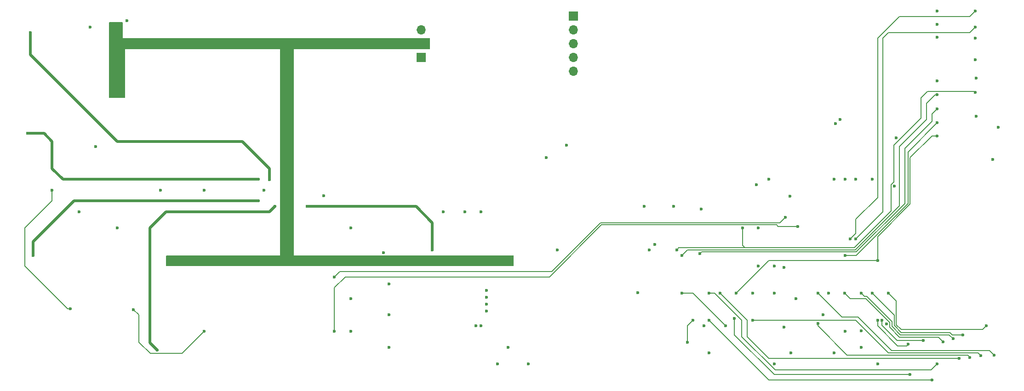
<source format=gbr>
%TF.GenerationSoftware,KiCad,Pcbnew,8.0.9-8.0.9-0~ubuntu22.04.1*%
%TF.CreationDate,2025-06-19T12:15:33-04:00*%
%TF.ProjectId,digital_waters,64696769-7461-46c5-9f77-61746572732e,rev?*%
%TF.SameCoordinates,Original*%
%TF.FileFunction,Copper,L2,Inr*%
%TF.FilePolarity,Positive*%
%FSLAX46Y46*%
G04 Gerber Fmt 4.6, Leading zero omitted, Abs format (unit mm)*
G04 Created by KiCad (PCBNEW 8.0.9-8.0.9-0~ubuntu22.04.1) date 2025-06-19 12:15:33*
%MOMM*%
%LPD*%
G01*
G04 APERTURE LIST*
%TA.AperFunction,ComponentPad*%
%ADD10R,1.700000X1.700000*%
%TD*%
%TA.AperFunction,ComponentPad*%
%ADD11O,1.700000X1.700000*%
%TD*%
%TA.AperFunction,ViaPad*%
%ADD12C,0.600000*%
%TD*%
%TA.AperFunction,Conductor*%
%ADD13C,0.500000*%
%TD*%
%TA.AperFunction,Conductor*%
%ADD14C,0.200000*%
%TD*%
G04 APERTURE END LIST*
D10*
%TO.N,+VSW*%
%TO.C,J18*%
X160372325Y-56238816D03*
D11*
X160372325Y-58778816D03*
%TO.N,GNDD*%
X160372325Y-61318816D03*
%TO.N,/I2C_SDA*%
X160372325Y-63858816D03*
%TO.N,/I2C_SCL*%
X160372325Y-66398816D03*
%TD*%
D10*
%TO.N,GNDA*%
%TO.C,J17*%
X132347325Y-63858816D03*
D11*
%TO.N,+VSW*%
X132347325Y-61318816D03*
%TO.N,Net-(J17-Pin_3)*%
X132347325Y-58778816D03*
%TD*%
D12*
%TO.N,GNDA*%
X114347325Y-89318816D03*
X143347325Y-113318816D03*
X140347325Y-92318816D03*
X119347325Y-108318816D03*
X103347325Y-88318816D03*
X143347325Y-92318816D03*
X136347325Y-92318816D03*
X119347325Y-114318816D03*
X142347325Y-113318816D03*
X92347325Y-88318816D03*
X119347325Y-95318816D03*
%TO.N,/Power/+2.5V_REF*%
X69347325Y-92318816D03*
X72347325Y-80318816D03*
%TO.N,+3.3V*%
X193347325Y-107318816D03*
X219453118Y-87540477D03*
X234347325Y-64318816D03*
X172220000Y-107191491D03*
X178812949Y-91318816D03*
X219784825Y-78651316D03*
%TO.N,+5V*%
X227347325Y-68158816D03*
X173347325Y-91318816D03*
%TO.N,VDDA*%
X134347325Y-99318816D03*
X111347325Y-91318816D03*
%TO.N,/Power/+2.5V_REF_BUF_A*%
X59847325Y-77818816D03*
X102347325Y-86318816D03*
%TO.N,/Micocontroller/GPIO_22*%
X190347325Y-107318816D03*
X216347325Y-101318816D03*
X227347325Y-78318816D03*
X213350684Y-114263532D03*
%TO.N,/Micocontroller/GPIO_21*%
X208347325Y-118318816D03*
X234537325Y-74698816D03*
X218000000Y-113000000D03*
%TO.N,/Micocontroller/GPIO_5*%
X238537325Y-76698816D03*
X197347325Y-120318816D03*
%TO.N,/Micocontroller/GPIO_4*%
X180347325Y-100318816D03*
X180347325Y-107318816D03*
X188347325Y-113318816D03*
X227347325Y-70698816D03*
%TO.N,Net-(J2-In)*%
X67747325Y-110158498D03*
X64347325Y-88318816D03*
%TO.N,/EN{slash}~{SH_0}*%
X207347325Y-107318816D03*
X185347325Y-118318816D03*
X157347325Y-99318816D03*
%TO.N,Net-(R12-Pad2)*%
X84347325Y-88318816D03*
X126347325Y-111318816D03*
%TO.N,Net-(U5B--)*%
X126347325Y-117318816D03*
X76347325Y-95318816D03*
%TO.N,/Micocontroller/GPIO_14*%
X234347325Y-70318816D03*
X191512949Y-95318816D03*
X179347325Y-99318816D03*
%TO.N,Net-(R21-Pad2)*%
X92347325Y-114318816D03*
X79347325Y-110318816D03*
%TO.N,/Micocontroller/GPIO_15*%
X182347325Y-112318816D03*
X227347325Y-73318816D03*
X183646479Y-100019662D03*
X181347325Y-116318816D03*
%TO.N,/I2C_SCL*%
X209410101Y-75256040D03*
X159047325Y-80018816D03*
X175347325Y-98318816D03*
X194052949Y-87318816D03*
%TO.N,/I2C_SDA*%
X208602325Y-76063816D03*
X196347325Y-86318816D03*
X174347325Y-99318816D03*
X155347325Y-82318816D03*
%TO.N,/Micocontroller/GPIO_12*%
X194347325Y-95318816D03*
X227347325Y-75879128D03*
X210347325Y-100318816D03*
%TO.N,/Micocontroller/GPIO_1*%
X237537325Y-82698816D03*
X206347325Y-111318816D03*
X213347325Y-117318816D03*
%TO.N,/Micocontroller/GPIO_25*%
X197347325Y-107318816D03*
X200234321Y-89431820D03*
X234537325Y-67698816D03*
%TO.N,/SPI_MOSI*%
X194347325Y-102318816D03*
X216347325Y-120318816D03*
X146347325Y-120318816D03*
X144347325Y-109358816D03*
%TO.N,/SPI_SCLK*%
X152069402Y-120318816D03*
X199137024Y-113529117D03*
X144347325Y-106818816D03*
X199137024Y-102529117D03*
%TO.N,/SPI_MISO*%
X197347325Y-102318816D03*
X144337787Y-108086424D03*
X148347325Y-117318816D03*
X200347325Y-118318816D03*
%TO.N,/SPI_CS0*%
X144347325Y-110628816D03*
X201347325Y-108318816D03*
X183847325Y-91818816D03*
%TO.N,/Base_Sensor/VBATT_BUF*%
X199342338Y-93318816D03*
X116347325Y-104318816D03*
%TO.N,/Base_Sensor/TEMP_SENSE_BUF*%
X116347325Y-114318816D03*
X201672949Y-94993192D03*
%TO.N,Net-(U4A--)*%
X71347325Y-58318816D03*
X125347325Y-99818816D03*
%TO.N,Net-(R24-Pad1)*%
X78097325Y-57068816D03*
X126347325Y-105575465D03*
%TO.N,/Base_Sensor/+4.096_REF_BUF_A*%
X83722325Y-117818816D03*
X105347325Y-91318816D03*
%TO.N,/Power/+2.5V_REF_BUF_B*%
X102347325Y-90318816D03*
X60847325Y-100318816D03*
%TO.N,/Power/+4.096_REF_BUF_B*%
X60347325Y-59318816D03*
X104397325Y-86368816D03*
%TO.N,+VSW*%
X76347325Y-70318816D03*
X76347325Y-58318816D03*
X107947325Y-82318816D03*
X144347325Y-101318816D03*
X148347325Y-101318816D03*
X107347325Y-94318816D03*
X76347325Y-66318816D03*
X146347325Y-101318816D03*
X86222325Y-101318816D03*
X108347325Y-85318816D03*
%TO.N,/Micocontroller/GPIO_2_ESP*%
X211347325Y-97318816D03*
X234347325Y-55318816D03*
X184347325Y-113318816D03*
%TO.N,/Micocontroller/GPIO_3_ESP*%
X210347325Y-114318816D03*
X234347325Y-58318816D03*
X212347325Y-97318816D03*
%TO.N,/Micocontroller/GPIO_34_ESP*%
X227347325Y-57778816D03*
X210347325Y-86318816D03*
%TO.N,/Micocontroller/GPIO_35_ESP*%
X208347325Y-86318816D03*
X227347325Y-55318816D03*
%TO.N,/Micocontroller/GPIO_39_ESP*%
X212347325Y-86318816D03*
X234347325Y-60318816D03*
%TO.N,/Micocontroller/GPIO_36_ESP*%
X227347325Y-60182153D03*
X215347325Y-86318816D03*
%TO.N,/Micocontroller/GPIO_27_PI*%
X187347325Y-107318816D03*
X231347325Y-119318816D03*
%TO.N,/Micocontroller/GPIO_7_PI*%
X233347325Y-119114739D03*
X205347325Y-112918816D03*
%TO.N,/Micocontroller/GPIO_0_PI*%
X205347325Y-107318816D03*
X237788130Y-118759620D03*
%TO.N,/Micocontroller/GPIO_20_PI*%
X224755279Y-116000000D03*
X217171591Y-112294553D03*
%TO.N,/Micocontroller/GPIO_23_PI*%
X222347325Y-122318816D03*
X190000000Y-111971491D03*
%TO.N,/Micocontroller/GPIO_13_PI*%
X213347325Y-107318816D03*
X230238002Y-115718816D03*
%TO.N,/Micocontroller/GPIO_24_PI*%
X193347325Y-112318816D03*
X235347325Y-118816859D03*
%TO.N,/Micocontroller/GPIO_19_PI*%
X232057646Y-115000000D03*
X215347325Y-107318816D03*
%TO.N,/Micocontroller/GPIO_26_PI*%
X218347325Y-107318816D03*
X236347325Y-113318816D03*
%TO.N,/Micocontroller/GPIO_16_PI*%
X216347325Y-112318816D03*
X222000000Y-116718816D03*
%TO.N,/Micocontroller/GPIO_18_PI*%
X185347325Y-112318816D03*
X226347325Y-123318816D03*
%TO.N,/Micocontroller/GPIO_17_PI*%
X185347325Y-107318816D03*
X227347325Y-120318816D03*
%TO.N,/Micocontroller/GPIO_6_PI*%
X210320000Y-107291491D03*
X228439778Y-116259798D03*
%TD*%
D13*
%TO.N,VDDA*%
X131347325Y-91318816D02*
X111347325Y-91318816D01*
X134347325Y-99318816D02*
X134347325Y-94318816D01*
X134347325Y-94318816D02*
X131347325Y-91318816D01*
%TO.N,/Power/+2.5V_REF_BUF_A*%
X62847325Y-77818816D02*
X59847325Y-77818816D01*
X102347325Y-86318816D02*
X66347325Y-86318816D01*
X66347325Y-86318816D02*
X64347325Y-84318816D01*
X64347325Y-84318816D02*
X64347325Y-79318816D01*
X64347325Y-79318816D02*
X62847325Y-77818816D01*
D14*
%TO.N,/Micocontroller/GPIO_22*%
X222347325Y-82318816D02*
X222347325Y-90915419D01*
X196347325Y-101318816D02*
X190347325Y-107318816D01*
X227347325Y-78318816D02*
X226347325Y-78318816D01*
X216347325Y-101318816D02*
X196347325Y-101318816D01*
X222347325Y-90915419D02*
X216347325Y-96915419D01*
X216347325Y-96915419D02*
X216347325Y-101318816D01*
X226347325Y-78318816D02*
X222347325Y-82318816D01*
%TO.N,/Micocontroller/GPIO_4*%
X226967325Y-70698816D02*
X227347325Y-70698816D01*
X180347325Y-107318816D02*
X182347325Y-107318816D01*
X220347325Y-91218361D02*
X220347325Y-80318816D01*
X182347325Y-107318816D02*
X188347325Y-113318816D01*
X212246870Y-99318816D02*
X220347325Y-91218361D01*
X181347325Y-99318816D02*
X212246870Y-99318816D01*
X225347325Y-72318816D02*
X226967325Y-70698816D01*
X225347325Y-75318816D02*
X225347325Y-72318816D01*
X220347325Y-80318816D02*
X225347325Y-75318816D01*
X180347325Y-100318816D02*
X181347325Y-99318816D01*
%TO.N,Net-(J2-In)*%
X64347325Y-90318816D02*
X59347325Y-95318816D01*
X59347325Y-102318816D02*
X67187007Y-110158498D01*
X64347325Y-88318816D02*
X64347325Y-90318816D01*
X67187007Y-110158498D02*
X67747325Y-110158498D01*
X59347325Y-95318816D02*
X59347325Y-102318816D01*
%TO.N,/Micocontroller/GPIO_14*%
X225567325Y-70098816D02*
X234127325Y-70098816D01*
X191512949Y-98484440D02*
X191947325Y-98918816D01*
X179747325Y-98918816D02*
X193347325Y-98918816D01*
X193347325Y-98918816D02*
X212081184Y-98918816D01*
X179347325Y-99318816D02*
X179747325Y-98918816D01*
X212081184Y-98918816D02*
X218853118Y-92146882D01*
X224347325Y-75005973D02*
X224347325Y-71318816D01*
X191512949Y-95318816D02*
X191512949Y-98484440D01*
X218853118Y-87291948D02*
X219347325Y-86797741D01*
X234127325Y-70098816D02*
X234347325Y-70318816D01*
X219347325Y-86797741D02*
X219347325Y-80005973D01*
X219347325Y-80005973D02*
X224347325Y-75005973D01*
X218853118Y-92146882D02*
X218853118Y-87291948D01*
X224347325Y-71318816D02*
X225567325Y-70098816D01*
X191947325Y-98918816D02*
X193347325Y-98918816D01*
%TO.N,Net-(R21-Pad2)*%
X92347325Y-114318816D02*
X88247325Y-118418816D01*
X80347325Y-111318816D02*
X79347325Y-110318816D01*
X82447325Y-118418816D02*
X80347325Y-116318816D01*
X88247325Y-118418816D02*
X82447325Y-118418816D01*
X80347325Y-116318816D02*
X80347325Y-111318816D01*
%TO.N,/Micocontroller/GPIO_15*%
X183947325Y-99718816D02*
X212412556Y-99718816D01*
X221347325Y-90784047D02*
X221347325Y-80601659D01*
X226347325Y-74318816D02*
X227347325Y-73318816D01*
X226347325Y-75601659D02*
X226347325Y-74318816D01*
X221347325Y-80601659D02*
X226347325Y-75601659D01*
X212412556Y-99718816D02*
X221347325Y-90784047D01*
X181347325Y-113318816D02*
X182347325Y-112318816D01*
X181347325Y-116318816D02*
X181347325Y-113318816D01*
X183646479Y-100019662D02*
X183947325Y-99718816D01*
%TO.N,/Micocontroller/GPIO_12*%
X221947325Y-81279128D02*
X221947325Y-90749733D01*
X227347325Y-75879128D02*
X221947325Y-81279128D01*
X221947325Y-90749733D02*
X212378242Y-100318816D01*
X212378242Y-100318816D02*
X210347325Y-100318816D01*
%TO.N,/Base_Sensor/VBATT_BUF*%
X117347325Y-103318816D02*
X116347325Y-104318816D01*
X156347325Y-103318816D02*
X117347325Y-103318816D01*
X199342338Y-93318816D02*
X198342338Y-94318816D01*
X198342338Y-94318816D02*
X165347325Y-94318816D01*
X165347325Y-94318816D02*
X156347325Y-103318816D01*
%TO.N,/Base_Sensor/TEMP_SENSE_BUF*%
X155913011Y-104318816D02*
X118347325Y-104318816D01*
X198021701Y-94993192D02*
X197747325Y-94718816D01*
X116347325Y-106318816D02*
X116347325Y-114318816D01*
X118347325Y-104318816D02*
X116347325Y-106318816D01*
X197747325Y-94718816D02*
X165513011Y-94718816D01*
X201672949Y-94993192D02*
X198021701Y-94993192D01*
X165513011Y-94718816D02*
X155913011Y-104318816D01*
D13*
%TO.N,/Base_Sensor/+4.096_REF_BUF_A*%
X104347325Y-92318816D02*
X105347325Y-91318816D01*
X82347325Y-116443816D02*
X82347325Y-95318816D01*
X82347325Y-95318816D02*
X85347325Y-92318816D01*
X83722325Y-117818816D02*
X82347325Y-116443816D01*
X85347325Y-92318816D02*
X104347325Y-92318816D01*
%TO.N,/Power/+2.5V_REF_BUF_B*%
X102347325Y-90318816D02*
X68347325Y-90318816D01*
X60847325Y-97818816D02*
X60847325Y-100318816D01*
X68347325Y-90318816D02*
X60847325Y-97818816D01*
%TO.N,/Power/+4.096_REF_BUF_B*%
X99347325Y-79318816D02*
X76347325Y-79318816D01*
X60347325Y-63318816D02*
X60347325Y-59318816D01*
X76347325Y-79318816D02*
X60347325Y-63318816D01*
X104397325Y-86368816D02*
X104397325Y-84368816D01*
X104397325Y-84368816D02*
X99347325Y-79318816D01*
D14*
%TO.N,/Micocontroller/GPIO_2_ESP*%
X212347325Y-93670287D02*
X216347325Y-89670287D01*
X220347325Y-56318816D02*
X233347325Y-56318816D01*
X233347325Y-56318816D02*
X234347325Y-55318816D01*
X216347325Y-89670287D02*
X216347325Y-60318816D01*
X216347325Y-60318816D02*
X220347325Y-56318816D01*
X212347325Y-96318816D02*
X212347325Y-93670287D01*
X211347325Y-97318816D02*
X212347325Y-96318816D01*
%TO.N,/Micocontroller/GPIO_3_ESP*%
X233347325Y-59318816D02*
X234347325Y-58318816D01*
X212347325Y-97318816D02*
X217347325Y-92318816D01*
X217347325Y-60318816D02*
X218347325Y-59318816D01*
X217347325Y-92318816D02*
X217347325Y-60318816D01*
X218347325Y-59318816D02*
X233347325Y-59318816D01*
%TO.N,/Micocontroller/GPIO_27_PI*%
X192347325Y-112318816D02*
X187347325Y-107318816D01*
X196347325Y-119318816D02*
X192347325Y-115318816D01*
X192347325Y-115318816D02*
X192347325Y-112318816D01*
X231347325Y-119318816D02*
X196347325Y-119318816D01*
%TO.N,/Micocontroller/GPIO_7_PI*%
X205347325Y-113318816D02*
X205347325Y-112918816D01*
X210747325Y-118718816D02*
X205347325Y-113318816D01*
X233347325Y-119114739D02*
X232951402Y-118718816D01*
X232951402Y-118718816D02*
X210747325Y-118718816D01*
%TO.N,/Micocontroller/GPIO_0_PI*%
X209747325Y-111718816D02*
X205347325Y-107318816D01*
X218918816Y-117918816D02*
X212718816Y-111718816D01*
X237788130Y-118759620D02*
X236947326Y-117918816D01*
X236947326Y-117918816D02*
X218918816Y-117918816D01*
X212718816Y-111718816D02*
X209747325Y-111718816D01*
%TO.N,/Micocontroller/GPIO_20_PI*%
X219938519Y-116000000D02*
X217171591Y-113233072D01*
X224755279Y-116000000D02*
X219938519Y-116000000D01*
X217171591Y-113233072D02*
X217171591Y-112294553D01*
%TO.N,/Micocontroller/GPIO_23_PI*%
X190000000Y-111971491D02*
X190000000Y-114971491D01*
X190000000Y-114971491D02*
X197347325Y-122318816D01*
X197347325Y-122318816D02*
X222347325Y-122318816D01*
%TO.N,/Micocontroller/GPIO_13_PI*%
X219000000Y-113434314D02*
X219000000Y-112585785D01*
X229519186Y-115000000D02*
X220565686Y-115000000D01*
X213947325Y-107918816D02*
X213347325Y-107318816D01*
X220565686Y-115000000D02*
X219000000Y-113434314D01*
X230238002Y-115718816D02*
X229519186Y-115000000D01*
X219000000Y-112585785D02*
X214333031Y-107918816D01*
X214333031Y-107918816D02*
X213947325Y-107918816D01*
%TO.N,/Micocontroller/GPIO_24_PI*%
X212318816Y-112318816D02*
X193347325Y-112318816D01*
X235347325Y-118816859D02*
X234849282Y-118318816D01*
X234849282Y-118318816D02*
X218318816Y-118318816D01*
X218318816Y-118318816D02*
X212318816Y-112318816D01*
%TO.N,/Micocontroller/GPIO_19_PI*%
X229684872Y-114600000D02*
X220731372Y-114600000D01*
X220731372Y-114600000D02*
X219400000Y-113268628D01*
X230084872Y-115000000D02*
X229684872Y-114600000D01*
X219400000Y-113268628D02*
X219400000Y-111371491D01*
X219400000Y-111371491D02*
X215347325Y-107318816D01*
X232057646Y-115000000D02*
X230084872Y-115000000D01*
%TO.N,/Micocontroller/GPIO_26_PI*%
X236347325Y-113318816D02*
X235666141Y-114000000D01*
X220697058Y-114000000D02*
X219800000Y-113102942D01*
X235666141Y-114000000D02*
X220697058Y-114000000D01*
X219800000Y-108771491D02*
X218347325Y-107318816D01*
X219800000Y-113102942D02*
X219800000Y-108771491D01*
%TO.N,/Micocontroller/GPIO_16_PI*%
X220000000Y-117000000D02*
X216347325Y-113347325D01*
X221718816Y-117000000D02*
X220000000Y-117000000D01*
X222000000Y-116718816D02*
X221718816Y-117000000D01*
X216347325Y-113347325D02*
X216347325Y-112318816D01*
%TO.N,/Micocontroller/GPIO_18_PI*%
X196347325Y-123318816D02*
X185347325Y-112318816D01*
X226347325Y-123318816D02*
X196347325Y-123318816D01*
%TO.N,/Micocontroller/GPIO_17_PI*%
X186347325Y-107318816D02*
X191347325Y-112318816D01*
X191347325Y-115318816D02*
X197487204Y-121458695D01*
X191347325Y-112318816D02*
X191347325Y-115318816D01*
X226207446Y-121458695D02*
X227347325Y-120318816D01*
X185347325Y-107318816D02*
X186347325Y-107318816D01*
X197487204Y-121458695D02*
X226207446Y-121458695D01*
%TO.N,/Micocontroller/GPIO_6_PI*%
X218600000Y-112751471D02*
X214167345Y-108318816D01*
X214167345Y-108318816D02*
X211347325Y-108318816D01*
X220400000Y-115400000D02*
X218600000Y-113600000D01*
X227579980Y-115400000D02*
X220400000Y-115400000D01*
X218600000Y-113600000D02*
X218600000Y-112751471D01*
X228439778Y-116259798D02*
X227579980Y-115400000D01*
X211347325Y-108318816D02*
X210320000Y-107291491D01*
%TD*%
%TA.AperFunction,Conductor*%
%TO.N,+VSW*%
G36*
X77290364Y-57338501D02*
G01*
X77336119Y-57391305D01*
X77347325Y-57442816D01*
X77347325Y-60318816D01*
X107847325Y-60318816D01*
X107865606Y-60318816D01*
X107886659Y-60307320D01*
X107913017Y-60304486D01*
X133834379Y-60304486D01*
X133901418Y-60324171D01*
X133947173Y-60376975D01*
X133958379Y-60428486D01*
X133958379Y-62194816D01*
X133938694Y-62261855D01*
X133885890Y-62307610D01*
X133834379Y-62318816D01*
X108847325Y-62318816D01*
X108847325Y-100318816D01*
X125263018Y-100318816D01*
X125270009Y-100319316D01*
X125275364Y-100319316D01*
X125424641Y-100319316D01*
X125431632Y-100318816D01*
X149223325Y-100318816D01*
X149290364Y-100338501D01*
X149336119Y-100391305D01*
X149347325Y-100442816D01*
X149347325Y-102194816D01*
X149327640Y-102261855D01*
X149274836Y-102307610D01*
X149223325Y-102318816D01*
X107458379Y-102318816D01*
X85471325Y-102318816D01*
X85404286Y-102299131D01*
X85358531Y-102246327D01*
X85347325Y-102194816D01*
X85347325Y-100442816D01*
X85367010Y-100375777D01*
X85419814Y-100330022D01*
X85471325Y-100318816D01*
X106347325Y-100318816D01*
X106347325Y-62318816D01*
X77764583Y-62318816D01*
X77764583Y-71194816D01*
X77744898Y-71261855D01*
X77692094Y-71307610D01*
X77640583Y-71318816D01*
X74971325Y-71318816D01*
X74904286Y-71299131D01*
X74858531Y-71246327D01*
X74847325Y-71194816D01*
X74847325Y-57442816D01*
X74867010Y-57375777D01*
X74919814Y-57330022D01*
X74971325Y-57318816D01*
X77223325Y-57318816D01*
X77290364Y-57338501D01*
G37*
%TD.AperFunction*%
%TD*%
M02*

</source>
